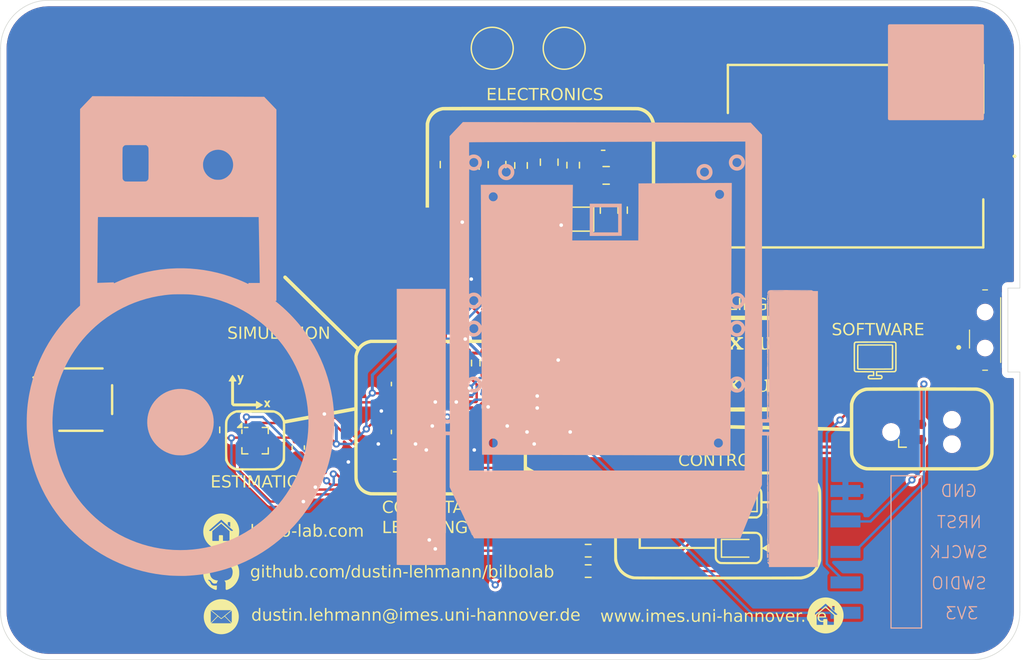
<source format=kicad_pcb>
(kicad_pcb (version 20241229) (generator "pcbnew") (generator_version "9.0")
  (layers (0 "F.Cu" signal) (2 "B.Cu" signal) (13 "F.Paste" user) (15 "B.Paste" user) (5 "F.SilkS" user "F.Silkscreen") (7 "B.SilkS" user "B.Silkscreen") (1 "F.Mask" user) (3 "B.Mask" user) (25 "Edge.Cuts" user))
  (net 0 "")
  (net 1 "Net-(U3-C2N)")
  (net 2 "Net-(U3-VCOMH)")
  (net 3 "Net-(U3-IREF)")
  (net 4 "GND")
  (net 6 "Net-(U3-C1P)")
  (net 7 "Net-(U3-C2P)")
  (net 8 "Net-(U3-C1N)")
  (net 9 "Net-(U3-VCC)")
  (net 17 "+3V3")
  (net 19 "Net-(U2-BOOT0)")
  (net 21 "NRST")
  (net 27 "3V3_BATTERY")
  (net 28 "SCL")
  (net 29 "SDA")
  (net 32 "RESET_OLED")
  (net 33 "Net-(D1-A)")
  (net 34 "Net-(D2-A)")
  (net 35 "Net-(D3-A)")
  (net 36 "LED1")
  (net 37 "LED2")
  (net 38 "LED3")
  (net 39 "BUTTON")
  (net 40 "MISO")
  (net 41 "MOSI")
  (net 42 "SWDIO")
  (net 43 "SCK")
  (net 44 "CS")
  (net 45 "SWCLK")
  (net 46 "Net-(U2-PA0)")
  (net 47 "INT1")
  (footprint "LED_SMD:LED_0603_1608Metric" (layer "F.Cu") (at 136.6 91.9 180)
    (property "Reference" "D2" (hide yes))
    (property "Value" "LED_Small")
  )
  (footprint "Resistor_SMD:R_0603_1608Metric" (layer "F.Cu") (at 124 95.9)
    (property "Reference" "R27" (hide yes))
    (property "Value" "1k")
  )
  (footprint "downloaded_parts:EG1215AA" (layer "F.Cu") (at 157.1 77.5 90)
    (property "Reference" "S1" (hide yes))
    (property "Value" "EG1215AA / PCM12SMTR" (hide yes))
  )
  (footprint "gizmo_symbols:border_ctrl" (layer "F.Cu") (at 134.8 93.8)
    (property "Reference" "G***" (hide yes))
    (property "Value" "LOGO" (hide yes))
  )
  (footprint "ssd1306:SSD1306_OLED-0.91-128x32" (layer "F.Cu") (at 158.25 78.16 180)
    (property "Reference" "U3" (hide yes))
    (property "Value" "SSD1306")
  )
  (footprint "gizmo_symbols:home" (layer "F.Cu") (at 143.8 101.3)
    (property "Reference" "G***" (hide yes))
    (property "Value" "LOGO" (hide yes))
  )
  (footprint "gizmo_symbols:border_mcu" (layer "F.Cu") (at 111.7 84.8)
    (property "Reference" "G***" (hide yes))
    (property "Value" "LOGO" (hide yes))
  )
  (footprint "Package_LGA:LGA-12_2x2mm_P0.5mm" (layer "F.Cu") (at 96.2225 86.7225)
    (property "Reference" "U1" (hide yes))
    (property "Value" "LIS2HH12")
  )
  (footprint "Resistor_SMD:R_0603_1608Metric" (layer "F.Cu") (at 115.5 80.25 90)
    (property "Reference" "R28" (hide yes))
    (property "Value" "3k3")
  )
  (footprint "gizmo_symbols:home" (layer "F.Cu") (at 93.4 94.3)
    (property "Reference" "G***" (hide yes))
    (property "Value" "LOGO" (hide yes))
  )
  (footprint "Capacitor_SMD:C_0603_1608Metric" (layer "F.Cu") (at 116.1 86 90)
    (property "Reference" "C26" (hide yes))
    (property "Value" "104")
  )
  (footprint "downloaded_parts:PTS526SM15SMTR2LFS" (layer "F.Cu") (at 81.7 83.3)
    (property "Reference" "S2" (hide yes))
    (property "Value" "PTS526SM15SMTR2_LFS" (hide yes))
  )
  (footprint "gizmo_symbols:border_2030" (layer "F.Cu") (at 151.82 83.635)
    (property "Reference" "G***" (hide yes))
    (property "Value" "LOGO" (hide yes))
  )
  (footprint "Capacitor_SMD:C_0603_1608Metric" (layer "F.Cu") (at 114.4 63.95 -90)
    (property "Reference" "C23" (hide yes))
    (property "Value" "104")
  )
  (footprint "LED_SMD:LED_0603_1608Metric" (layer "F.Cu") (at 131.4875 91.891375 180)
    (property "Reference" "D3" (hide yes))
    (property "Value" "LED_Small")
  )
  (footprint "TestPoint:TestPoint_Pad_D3.0mm" (layer "F.Cu") (at 116 54)
    (property "Reference" "TP1" (hide yes))
    (property "Value" "3V3")
  )
  (footprint "downloaded_parts:QFN50P400X400X60-28N-D" (layer "F.Cu") (at 112 84.5)
    (property "Reference" "U2" (hide yes))
    (property "Value" "STM32L031G6Ux" (hide yes))
  )
  (footprint "gizmo_symbols:border_acc" (layer "F.Cu") (at 96.2225 85.2225)
    (property "Reference" "G***" (hide yes))
    (property "Value" "LOGO" (hide yes))
  )
  (footprint "Capacitor_SMD:C_0805_2012Metric" (layer "F.Cu") (at 128 67.5 -90)
    (property "Reference" "C16" (hide yes))
    (property "Value" "1uF")
  )
  (footprint "Resistor_SMD:R_0603_1608Metric" (layer "F.Cu") (at 124 97.6)
    (property "Reference" "R26" (hide yes))
    (property "Value" "1k")
  )
  (footprint "Resistor_SMD:R_0603_1608Metric" (layer "F.Cu") (at 113.75 80.25 90)
    (property "Reference" "R31" (hide yes))
    (property "Value" "3k3")
  )
  (footprint "gizmo_symbols:border_elec" (layer "F.Cu") (at 119.592543 65.293976)
    (property "Reference" "G***" (hide yes))
    (property "Value" "LOGO" (hide yes))
  )
  (footprint "Resistor_SMD:R_0603_1608Metric" (layer "F.Cu") (at 110.7 80.2)
    (property "Reference" "R30" (hide yes))
    (property "Value" "10k")
  )
  (footprint "Resistor_SMD:R_0603_1608Metric" (layer "F.Cu") (at 108 88.8 180)
    (property "Reference" "R34" (hide yes))
    (property "Value" "100")
  )
  (footprint "Capacitor_SMD:C_0603_1608Metric" (layer "F.Cu") (at 108.1 86 90)
    (property "Reference" "C25" (hide yes))
    (property "Value" "104")
  )
  (footprint "Capacitor_SMD:C_0805_2012Metric" (layer "F.Cu") (at 116.4 63.7 -90)
    (property "Reference" "C21" (hide yes))
    (property "Value" "2.2uF")
  )
  (footprint "LED_SMD:LED_0603_1608Metric" (layer "F.Cu") (at 136.6 95.7)
    (property "Reference" "D1" (hide yes))
    (property "Value" "LED_Small")
  )
  (footprint "Capacitor_SMD:C_0805_2012Metric" (layer "F.Cu") (at 125.75 67.5 -90)
    (property "Reference" "C17" (hide yes))
    (property "Value" "1uF")
  )
  (footprint "Capacitor_SMD:C_0805_2012Metric" (layer "F.Cu") (at 112.4 63.7 -90)
    (property "Reference" "C22" (hide yes))
    (property "Value" "4.7uF")
  )
  (footprint "gizmo_symbols:imes_mask" (layer "F.Cu") (at 152.2 96.6)
    (property "Reference" "G***" (hide yes))
    (property "Value" "LOGO" (hide yes))
  )
  (footprint "Resistor_SMD:R_0603_1608Metric" (layer "F.Cu") (at 118.4 63.775 -90)
    (property "Reference" "R29" (hide yes))
    (property "Value" "560k")
  )
  (footprint "Capacitor_SMD:C_0805_2012Metric" (layer "F.Cu") (at 125.5 64.6 180)
    (property "Reference" "C18" (hide yes))
    (property "Value" "4.7uF")
  )
  (footprint "TestPoint:TestPoint_Pad_D3.0mm" (layer "F.Cu") (at 122 54)
    (property "Reference" "TP2" (hide yes))
    (property "Value" "GND")
  )
  (footprint "gizmo_symbols:bilbo_mask" (layer "F.Cu") (at 93.3 57.1)
    (property "Reference" "G***" (hide yes))
    (property "Value" "LOGO" (hide yes))
  )
  (footprint "Diode_SMD:D_SOD-123" (layer "F.Cu") (at 122.1 68.25 180)
    (property "Reference" "D15" (hide yes))
    (property "Value" "IN4148")
  )
  (footprint "Capacitor_SMD:C_0603_1608Metric" (layer "F.Cu") (at 125.25 62 180)
    (property "Reference" "C19" (hide yes))
    (property "Value" "104")
  )
  (footprint "gizmo_symbols:bilbo-lab_qr_cu" (layer "F.Cu") (at 84.1 96.3)
    (property "Reference" "G***" (hide yes))
    (property "Value" "LOGO" (hide yes))
  )
  (footprint "Resistor_SMD:R_0603_1608Metric" (layer "F.Cu") (at 92.75 85.825 -90)
    (property "Reference" "R33" (hide yes))
    (property "Value" "10k")
  )
  (footprint "Resistor_SMD:R_0603_1608Metric" (layer "F.Cu") (at 122.75 63.75 -90)
    (property "Reference" "R25" (hide yes))
    (property "Value" "4.7k")
  )
  (footprint "Capacitor_SMD:C_0603_1608Metric" (layer "F.Cu") (at 108.1 82 -90)
    (property "Reference" "C24" (hide yes))
    (property "Value" "104")
  )
  (footprint "Connector:Tag-Connect_TC2030-IDC-NL_2x03_P1.27mm_Vertical" (layer "F.Cu") (at 151.8 86)
    (property "Reference" "J1" (hide yes))
    (property "Value" "TC2030")
  )
  (footprint "Capacitor_SMD:C_0805_2012Metric" (layer "F.Cu") (at 120.75 63.5 -90)
    (property "Reference" "C20" (hide yes))
    (property "Value" "4.7uF")
  )
  (footprint "Resistor_SMD:R_0603_1608Metric" (layer "F.Cu") (at 124 94.1)
    (property "Reference" "R32" (hide yes))
    (property "Value" "1k")
  )
  (footprint "downloaded_parts:BH67D5" (layer "F.Cu") (at 146.3 63 180)
    (property "Reference" "BT1" (hide yes))
    (property "Value" "BH-67D-5" (hide yes))
  )
  (footprint "Capacitor_SMD:C_0603_1608Metric" (layer "F.Cu") (at 99.8225 87.2975 90)
    (property "Reference" "C27" (hide yes))
    (property "Value" "104")
  )
  (footprint "gizmo_symbols:border_math" (layer "F.Cu") (at 134.5 80.3)
    (property "Reference" "G***" (hide yes))
    (property "Value" "LOGO" (hide yes))
  )
  (footprint "gizmo_symbols:github" (layer "F.Cu") (at 93.4 97.7)
    (property "Reference" "G***" (hide yes))
    (property "Value" "LOGO" (hide yes))
  )
  (footprint "gizmo_symbols:mail" (layer "F.Cu") (at 93.4 101.4)
    (property "Reference" "G***" (hide yes))
    (property "Value" "LOGO" (hide yes))
  )
  (footprint "gizmo_symbols:bilbo_cad" (layer "B.Cu") (at 126 79 180)
    (property "Reference" "G***" (hide yes))
    (property "Value" "LOGO" (hide yes))
  )
  (footprint "gizmo_symbols:bilbo_cad_2" (layer "B.Cu") (at 90 78 180)
    (property "Reference" "G***" (hide yes))
    (property "Value" "LOGO" (hide yes))
  )
  (footprint "downloaded_parts:M208900505" (layer "B.Cu") (at 151 96 90)
    (property "Reference" "J2" (hide yes))
    (property "Value" "SWD" (hide yes))
  )
  (gr_line (start 127.57186 80.464052) (end 118.8 82.172073) (stroke (width 0.3)) (layer "F.SilkS"))
  (gr_line (start 126.161677 93.165868) (end 118.8 89) (stroke (width 0.3)) (layer "F.SilkS"))
  (gr_line (start 104.49553 84.087413) (end 98.722156 85.149132) (stroke (width 0.3)) (layer "F.SilkS"))
  (gr_line (start 145.820852 85.789042) (end 118.8 85.2101) (stroke (width 0.3)) (layer "F.SilkS"))
  (gr_line (start 125.146458 71.113943) (end 118.8 79.35401) (stroke (width 0.3)) (layer "F.SilkS"))
  (gr_line (start 135.65 70.61) (end 118.826771 81.220033) (stroke (width 0.3)) (layer "F.SilkS"))
  (gr_line (start 104.740502 79.012402) (end 98.722156 73.1) (stroke (width 0.3)) (layer "F.SilkS"))
  (gr_arc (start 75 54) (mid 76.171573 51.171573) (end 79 50) (stroke (width 0.05)) (layer "Edge.Cuts"))
  (gr_line (start 159 74) (end 159 81) (stroke (width 0.05)) (layer "Edge.Cuts"))
  (gr_arc (start 79 105) (mid 76.171573 103.828427) (end 75 101) (stroke (width 0.05)) (layer "Edge.Cuts"))
  (gr_line (start 75 54) (end 75 101) (stroke (width 0.05)) (layer "Edge.Cuts"))
  (gr_line (start 160 74) (end 160 54) (stroke (width 0.05)) (layer "Edge.Cuts"))
  (gr_line (start 156 50) (end 79 50) (stroke (width 0.05)) (layer "Edge.Cuts"))
  (gr_arc (start 160 101) (mid 158.828427 103.828427) (end 156 105) (stroke (width 0.05)) (layer "Edge.Cuts"))
  (gr_line (start 79 105) (end 156 105) (stroke (width 0.05)) (layer "Edge.Cuts"))
  (gr_line (start 160 81) (end 160 101) (stroke (width 0.05)) (layer "Edge.Cuts"))
  (gr_arc (start 156 50) (mid 158.828427 51.171573) (end 160 54) (stroke (width 0.05)) (layer "Edge.Cuts"))
  (gr_line (start 159 81) (end 160 81) (stroke (width 0.05)) (layer "Edge.Cuts"))
  (gr_line (start 160 74) (end 159 74) (stroke (width 0.05)) (layer "Edge.Cuts"))
  (gr_text "ESTIMATION" (at 92.5 90.8 0) (layer "F.SilkS") (effects (font (size 1 1) (thickness 0.1)) (justify left bottom)))
  (gr_text "MODELLING" (at 130.6 76 0) (layer "F.SilkS") (effects (font (size 1 1) (thickness 0.1)) (justify left bottom)))
  (gr_text "github.com/dustin-lehmann/bilbolab" (at 95.8 98.3 0) (layer "F.SilkS") (effects (font (size 1 1) (thickness 0.1)) (justify left bottom)))
  (gr_text "dustin.lehmann@imes.uni-hannover.de\n" (at 95.9 101.904254 0) (layer "F.SilkS") (effects (font (size 1 1) (thickness 0.1)) (justify left bottom)))
  (gr_text "SOFTWARE" (at 144.3 78.1 0) (layer "F.SilkS") (effects (font (size 1 1) (thickness 0.1)) (justify left bottom)))
  (gr_text "CONTROL" (at 131.5 89 0) (layer "F.SilkS") (effects (font (size 1 1) (thickness 0.1)) (justify left bottom)))
  (gr_text "COMPUTATION &\nLEARNING" (at 106.8 94.6 0) (layer "F.SilkS") (effects (font (size 1 1) (thickness 0.1)) (justify left bottom)))
  (gr_text "ELECTRONICS" (at 115.5 58.5 0) (layer "F.SilkS") (effects (font (size 1 1) (thickness 0.1)) (justify left bottom)))
  (gr_text "SIMULATION" (at 93.9 78.4 0) (layer "F.SilkS") (effects (font (size 1 1) (thickness 0.1)) (justify left bottom)))
  (gr_text "www.imes.uni-hannover.de" (at 125 102 0) (layer "F.SilkS") (effects (font (size 1 1) (thickness 0.1)) (justify left bottom)))
  (gr_text "bilbo-lab.com" (at 95.8 94.9 0) (layer "F.SilkS") (effects (font (size 1 1) (thickness 0.1)) (justify left bottom)))
  (gr_text "GND" (at 156.5 91.5 0) (layer "B.SilkS") (effects (font (size 1 1) (thickness 0.1)) (justify left bottom mirror)))
  (gr_text "3V3" (at 156.6 101.7 0) (layer "B.SilkS") (effects (font (size 1 1) (thickness 0.1)) (justify left bottom mirror)))
  (gr_text "NRST" (at 156.9 94.1 0) (layer "B.SilkS") (effects (font (size 1 1) (thickness 0.1)) (justify left bottom mirror)))
  (gr_text "SWCLK" (at 157.4 96.6 0) (layer "B.SilkS") (effects (font (size 1 1) (thickness 0.1)) (justify left bottom mirror)))
  (gr_text "SWDIO" (at 157.3 99.2 0) (layer "B.SilkS") (effects (font (size 1 1) (thickness 0.1)) (justify left bottom mirror)))
  (segment (start 126.974 68.73716) (end 126.974 67.576) (width 0.2) (layer "F.Cu") (net 1))
  (segment (start 121.11116 74.6) (end 126.974 68.73716) (width 0.2) (layer "F.Cu") (net 1))
  (segment (start 117 74.6) (end 121.11116 74.6) (width 0.2) (layer "F.Cu") (net 1))
  (segment (start 126.974 67.576) (end 128 66.55) (width 0.2) (layer "F.Cu") (net 1))
  (segment (start 119.301 66.969048) (end 116.981952 64.65) (width 0.2) (layer "F.Cu") (net 2))
  (segment (start 119.301 67.359) (end 119.301 66.969048) (width 0.2) (layer "F.Cu") (net 2))
  (segment (start 116.981952 64.65) (end 116.4 64.65) (width 0.2) (layer "F.Cu") (net 2))
  (segment (start 117 67.78) (end 118.88 67.78) (width 0.2) (layer "F.Cu") (net 2))
  (segment (start 118.88 67.78) (end 119.301 67.359) (width 0.2) (layer "F.Cu") (net 2))
  (segment (start 117 68.4) (end 118.88 68.4) (width 0.2) (layer "F.Cu") (net 3))
  (segment (start 119.702 65.902) (end 118.4 64.6) (width 0.2) (layer "F.Cu") (net 3))
  (segment (start 119.702 67.578) (end 119.702 65.902) (width 0.2) (layer "F.Cu") (net 3))
  (segment (start 118.88 68.4) (end 119.702 67.578) (width 0.2) (layer "F.Cu") (net 3))
  (segment (start 109.875 80.2) (end 109.875 81.775) (width 0.2) (layer "F.Cu") (net 4))
  (segment (start 109.275 82.4) (end 108.1 81.225) (width 0.2) (layer "F.Cu") (net 4))
  (segment (start 114.5 85.5) (end 115.375 86.375) (width 0.2) (layer "F.Cu") (net 4))
  (segment (start 115.7 86.375) (end 116.1 86.775) (width 0.2) (layer "F.Cu") (net 4))
  (segment (start 96.9725 87.485) (end 96.985 87.4725) (width 0.2) (layer "F.Cu") (net 4))
  (segment (start 114.1 85.5) (end 114.5 85.5) (width 0.2) (layer "F.Cu") (net 4))
  (segment (start 115.092692 71.5) (end 114.251 72.341692) (width 0.25) (layer "F.Cu") (net 4))
  (segment (start 114.251 72.341692) (end 114.251 73.25) (width 0.25) (layer "F.Cu") (net 4))
  (segment (start 115.375 86.375) (end 115.7 86.375) (width 0.2) (layer "F.Cu") (net 4))
  (segment (start 98.085 88.0725) (end 96.985 86.9725) (width 0.2) (layer "F.Cu") (net 4))
  (segment (start 109.875 81.775) (end 110.5 82.4) (width 0.2) (layer "F.Cu") (net 4))
  (segment (start 110.5 82.4) (end 109.275 82.4) (width 0.2) (layer "F.Cu") (net 4))
  (segment (start 95.9725 87.485) (end 96.9725 87.485) (width 0.2) (layer "F.Cu") (net 4))
  (segment (start 117 71.5) (end 115.092692 71.5) (width 0.25) (layer "F.Cu") (net 4))
  (segment (start 99.8225 88.0725) (end 98.085 88.0725) (width 0.2) (layer "F.Cu") (net 4))
  (via (at 106.5 87) (size 0.6) (drill 0.3) (layers "F.Cu" "B.Cu") (net 4))
  (via (at 113.5 68.5) (size 0.6) (drill 0.3) (layers "F.Cu" "B.Cu") (net 4))
  (via (at 114.5 87.5) (size 0.6) (drill 0.3) (layers "F.Cu" "B.Cu") (net 4))
  (via (at 104 88.5) (size 0.6) (drill 0.3) (layers "F.Cu" "B.Cu") (net 4))
  (via (at 106.75 84.25) (size 0.6) (drill 0.3) (layers "F.Cu" "B.Cu") (net 4))
  (via (at 111.25 83.5) (size 0.6) (drill 0.3) (layers "F.Cu" "B.Cu") (net 4))
  (via (at 114.251 73.25) (size 0.6) (drill 0.3) (layers "F.Cu" "B.Cu") (net 4))
  (via (at 111 85.5) (size 0.6) (drill 0.3) (layers "F.Cu" "B.Cu") (net 4))
  (segment (start 125.75 69.39406) (end 125.75 68.45) (width 0.2) (layer "F.Cu") (net 6))
  (segment (start 121.16406 73.98) (end 125.75 69.39406) (width 0.2) (layer "F.Cu") (net 6))
  (segment (start 117 73.98) (end 121.16406 73.98) (width 0.2) (layer "F.Cu") (net 6))
  (segment (start 121.23 75.22) (end 117 75.22) (width 0.2) (layer "F.Cu") (net 7))
  (segment (start 128 68.45) (end 121.23 75.22) (width 0.2) (layer "F.Cu") (net 7))
  (segment (start 124.724 69.85296) (end 124.724 68.93516) (width 0.2) (layer "F.Cu") (net 8))
  (segment (start 124.724 67.96484) (end 124.724 67.576) (width 0.2) (layer "F.Cu") (net 8))
  (segment (start 124.724 68.93516) (end 124.724 67.96484) (width 0.2) (layer "F.Cu") (net 8))
  (segment (start 121.21696 73.36) (end 124.724 69.85296) (width 0.2) (layer "F.Cu") (net 8))
  (segment (start 117 73.36) (end 121.21696 73.36) (width 0.2) (layer "F.Cu") (net 8))
  (segment (start 124.724 67.576) (end 125.75 66.55) (width 0.2) (layer "F.Cu") (net 8))
  (segment (start 116.835 67.16) (end 114.4 64.725) (width 0.2) (layer "F.Cu") (net 9))
  (segment (start 114.325 64.65) (end 114.4 64.725) (width 0.2) (layer "F.Cu") (net 9))
  (segment (start 112.4 64.65) (end 114.325 64.65) (width 0.2) (layer "F.Cu") (net 9))
  (segment (start 117 67.16) (end 116.835 67.16) (width 0.2) (layer "F.Cu") (net 9))
  (segment (start 124.55 64.3) (end 124.55 64.6) (width 0.2) (layer "F.Cu") (net 17))
  (segment (start 149.915 87.25) (end 123.75 87.25) (width 0.25) (layer "F.Cu") (net 17))
  (segment (start 113.75 79.425) (end 115.5 79.425) (width 0.25) (layer "F.Cu") (net 17))
  (segment (start 155.35 76.75) (end 124.75 76.75) (width 0.25) (layer "F.Cu") (net 17))
  (segment (start 122.5 86) (end 118.9 86) (width 0.25) (layer "F.Cu") (net 17))
  (segment (start 120.6479 72.74) (end 120.6579 72.75) (width 0.2) (layer "F.Cu") (net 17))
  (segment (start 124.55 64.6) (end 124.25 64.3) (width 0.2) (layer "F.Cu") (net 17))
  (segment (start 123.65 65.475) (end 122.75 64.575) (width 0.2) (layer "F.Cu") (net 17))
  (segment (start 123.75 68.25) (end 123.65 68.15) (width 0.2) (layer "F.Cu") (net 17))
  (segment (start 117 70.88) (end 120.38 70.88) (width 0.2) (layer "F.Cu") (net 17))
  (segment (start 102.5225 86.5225) (end 103 87) (width 0.2) (layer "F.Cu") (net 17))
  (segment (start 124.75 76.75) (end 121.5 80) (width 0.25) (layer "F.Cu") (net 17))
  (segment (start 108.325 85) (end 109.9 85) (width 0.2) (layer "F.Cu") (net 17))
  (segment (start 114.1 85) (end 115.925 85) (width 0.2) (layer "F.Cu") (net 17))
  (segment (start 120.6579 71.1579) (end 120.6579 72.4079) (width 0.2) (layer "F.Cu") (net 17))
  (segment (start 123.75 87.25) (end 122.5 86) (width 0.25) (layer "F.Cu") (net 17))
  (segment (start 108.1 85.225) (end 108.325 85) (width 0.2) (layer "F.Cu") (net 17))
  (segment (start 108.325 83) (end 108.1 82.775) (width 0.2) (layer "F.Cu") (net 17))
  (segment (start 115.925 85) (end 116.1 85.175) (width 0.2) (layer "F.Cu") (net 17))
  (segment (start 115.5 79.425) (end 115.925 79.425) (width 0.25) (layer "F.Cu") (net 17))
  (segment (start 116.975 85.225) (end 117.25 85.5) (width 0.2) (layer "F.Cu") (net 17))
  (segment (start 117 84.325) (end 116.1 85.225) (width 0.25) (layer "F.Cu") (net 17))
  (segment (start 92.75 85) (end 93.626 84.124) (width 0.25) (layer "F.Cu") (net 17))
  (segment (start 124.25 64.3) (end 123.025 64.3) (width 0.2) (layer "F.Cu") (net 17))
  (segment (start 150.53 86.635) (end 149.915 87.25) (width 0.25) (layer "F.Cu") (net 17))
  (segment (start 124.475 62) (end 124.475 64.225) (width 0.2) (layer "F.Cu") (net 17))
  (segment (start 123.025 64.3) (end 122.75 64.575) (width 0.2) (layer "F.Cu") (net 17))
  (segment (start 123.75 68.25) (end 122.25 68.25) (width 0.2) (layer "F.Cu") (net 17))
  (segment (start 123.65 68.35) (end 123.75 68.25) (width 0.2) (layer "F.Cu") (net 17))
  (segment (start 124.475 64.225) (end 124.55 64.3) (width 0.2) (layer "F.Cu") (net 17))
  (segment (start 99.7725 86.4725) (end 96.985 86.4725) (width 0.2) (layer "F.Cu") (net 17))
  (segment (start 108.1 82.775) (end 106.025 82.775) (width 0.2) (layer "F.Cu") (net 17))
  (segment (start 121.25986 72.75) (end 123.65 70.35986) (width 0.2) (layer "F.Cu") (net 17))
  (segment (start 117 72.74) (end 120.6479 72.74) (width 0.2) (layer "F.Cu") (net 17))
  (segment (start 93.626 84.124) (end 101.624 84.124) (width 0.25) (layer "F.Cu") (net 17))
  (segment (start 106.025 82.775) (end 106 82.75) (width 0.2) (layer "F.Cu") (net 17))
  (segment (start 99.8225 86.5225) (end 102.5225 86.5225) (width 0.2) (layer "F.Cu") (net 17))
  (segment (start 122.25 68.25) (end 121.75 68.75) (width 0.2) (layer "F.Cu") (net 17))
  (segment (start 113.75 79.425) (end 113.75 78.25) (width 0.25) (layer "F.Cu") (net 17))
  (segment (start 115.925 79.425) (end 117 80.5) (width 0.25) (layer "F.Cu") (net 17))
  (segment (start 120.6579 72.4079) (end 120.6579 72.75) (width 0.2) (layer "F.Cu") (net 17))
  (segment (start 96.985 85.9725) (end 96.985 86.4725) (width 0.2) (layer "F.Cu") (net 17))
  (segment (start 116.1 85.225) (end 116.975 85.225) (width 0.2) (layer "F.Cu") (net 17))
  (segment (start 106.025 85.225) (end 108.1 85.225) (width 0.2) (layer "F.Cu") (net 17))
  (segment (start 120.6579 72.75) (end 121.25986 72.75) (width 0.2) (layer "F.Cu") (net 17))
  (segment (start 120.38 70.88) (end 120.6579 71.1579) (width 0.2) (layer "F.Cu") (net 17))
  (segment (start 109.9 83) (end 108.325 83) (width 0.2) (layer "F.Cu") (net 17))
  (segment (start 117 80.5) (end 117 84.325) (width 0.25) (layer "F.Cu") (net 17))
  (segment (start 99.8225 86.5225) (end 99.7725 86.4725) (width 0.2) (layer "F.Cu") (net 17))
  (segment (start 123.65 70.35986) (end 123.65 68.35) (width 0.2) (layer "F.Cu") (net 17))
  (segment (start 123.65 68.15) (end 123.65 65.475) (width 0.2) (layer "F.Cu") (net 17))
  (segment (start 116.1 85.175) (end 116.1 85.225) (width 0.2) (layer "F.Cu") (net 17))
  (segment (start 101.624 84.124) (end 102 84.5) (width 0.25) (layer "F.Cu") (net 17))
  (segment (start 105.5 85.75) (end 106.025 85.225) (width 0.2) (layer "F.Cu") (net 17))
  (via (at 105.5 85.75) (size 0.6) (drill 0.3) (layers "F.Cu" "B.Cu") (net 17))
  (via (at 122.5 86) (size 0.6) (drill 0.3) (layers "F.Cu" "B.Cu") (net 17))
  (via (at 121.5 80) (size 0.6) (drill 0.3) (layers "F.Cu" "B.Cu") (net 17))
  (via (at 117.25 85.5) (size 0.6) (drill 0.3) (layers "F.Cu" "B.Cu") (net 17))
  (via (at 113.75 78.25) (size 0.6) (drill 0.3) (layers "F.Cu" "B.Cu") (net 17))
  (via (at 106 82.75) (size 0.6) (drill 0.3) (layers "F.Cu" "B.Cu") (net 17))
  (via (at 121.75 68.75) (size 0.6) (drill 0.3) (layers "F.Cu" "B.Cu") (net 17))
  (via (at 102 84.5) (size 0.6) (drill 0.3) (layers "F.Cu" "B.Cu") (net 17))
  (via (at 118.9 86) (size 0.6) (drill 0.3) (layers "F.Cu" "B.Cu") (net 17))
  (via (at 103 87) (size 0.6) (drill 0.3) (layers "F.Cu" "B.Cu") (net 17))
  (segment (start 106 82.75) (end 105.5 83.25) (width 0.2) (layer "B.Cu") (net 17))
  (segment (start 113.75 78.25) (end 109 78.25) (width 0.25) (layer "B.Cu") (net 17))
  (segment (start 137.58 101.08) (end 122.5 86) (width 0.2) (layer "B.Cu") (net 17))
  (segment (start 122.5 81) (end 122.5 86) (width 0.25) (layer "B.Cu") (net 17))
  (segment (start 109 78.25) (end 106 81.25) (width 0.25) (layer "B.Cu") (net 17))
  (segment (start 103 87) (end 104.25 87) (width 0.2) (layer "B.Cu") (net 17))
  (segment (start 145.455 101.08) (end 137.58 101.08) (width 0.2) (layer "B.Cu") (net 17))
  (segment (start 115.5 80) (end 113.75 78.25) (width 0.25) (layer "B.Cu") (net 17))
  (segment (start 118.9 86) (end 117.75 86) (width 0.25) (layer "B.Cu") (net 17))
  (segment (start 106 81.25) (end 106 82.75) (width 0.25) (layer "B.Cu") (net 17))
  (segment (start 117.75 86) (end 117.25 85.5) (width 0.25) (layer "B.Cu") (net 17))
  (segment (start 105.5 83.25) (end 105.5 85.75) (width 0.2) (layer "B.Cu") (net 17))
  (segment (start 103 85.5) (end 103 87) (width 0.25) (layer "B.Cu") (net 17))
  (segment (start 121.5 80) (end 122.5 81) (width 0.25) (layer "B.Cu") (net 17))
  (segment (start 121.5 80) (end 115.5 80) (width 0.25) (layer "B.Cu") (net 17))
  (segment (start 121.75 68.75) (end 113.75 76.75) (width 0.2) (layer "B.Cu") (net 17))
  (segment (start 102 84.5) (end 103 85.5) (width 0.25) (layer "B.Cu") (net 17))
  (segment (start 113.75 76.75) (end 113.75 78.25) (width 0.2) (layer "B.Cu") (net 17))
  (segment (start 104.25 87) (end 105.5 85.75) (width 0.2) (layer "B.Cu") (net 17))
  (segment (start 110.8 80.5) (end 111.1 80.2) (width 0.2) (layer "F.Cu") (net 19))
  (segment (start 111.1 80.2) (end 111.525 80.2) (width 0.2) (layer "F.Cu") (net 19))
  (segment (start 111 81.9) (end 110.8 81.7) (width 0.2) (layer "F.Cu") (net 19))
  (segment (start 110.8 81.7) (end 110.8 80.5) (width 0.2) (layer "F.Cu") (net 19))
  (segment (start 111 82.4) (end 111 81.9) (width 0.2) (layer "F.Cu") (net 19))
  (segment (start 151.8 86.635) (end 150.685 87.75) (width 0.2) (layer "F.Cu") (net 21))
  (segment (start 112 84.5) (end 109.9 84.5) (width 0.2) (layer "F.Cu") (net 21))
  (segment (start 112.25 84.75) (end 112 84.5) (width 0.2) (layer "F.Cu") (net 21))
  (segment (start 151.8 89.2) (end 151.8 86.635) (width 0.2) (layer "F.Cu") (net 21))
  (segment (start 120.25 87.75) (end 119.5 87) (width 0.2) (layer "F.Cu") (net 21))
  (segment (start 151 90) (end 151.8 89.2) (width 0.2) (layer "F.Cu") (net 21))
  (segment (start 150.685 87.75) (end 142.5 87.75) (width 0.2) (layer "F.Cu") (net 21))
  (segment (start 142.5 87.75) (end 120.25 87.75) (width 0.2) (layer "F.Cu") (net 21))
  (via (at 151 90) (size 0.6) (drill 0.3) (layers "F.Cu" "B.Cu") (net 21))
  (via (at 112.25 84.75) (size 0.6) (drill 0.3) (layers "F.Cu" "B.Cu") (net 21))
  (via (at 119.5 87) (size 0.6) (drill 0.3) (layers "F.Cu" "B.Cu") (net 21))
  (segment (start 113.104808 84.75) (end 112.25 84.75) (width 0.2) (layer "B.Cu") (net 21))
  (segment (start 119.5 85.5) (end 117.307815 83.307815) (width 0.2) (layer "B.Cu") (net 21))
  (segment (start 117.307815 83.307815) (end 114.546993 83.307815) (width 0.2) (layer "B.Cu") (net 21))
  (segment (start 147.54 93.46) (end 151 90) (width 0.2) (layer "B.Cu") (net 21))
  (segment (start 119.5 87) (end 119.5 85.5) (width 0.2) (layer "B.Cu") (net 21))
  (segment (start 145.455 93.46) (end 147.54 93.46) (width 0.2) (layer "B.Cu") (net 21))
  (segment (start 114.546993 83.307815) (end 113.104808 84.75) (width 0.2) (layer "B.Cu") (net 21))
  (segment (start 154.75 75.25) (end 139.25 75.25) (width 0.5) (layer "F.Cu") (net 27))
  (segment (start 157.25 72.25) (end 155.5 72.25) (width 0.5) (layer "F.Cu") (net 27))
  (segment (start 135.65 71.65) (end 135.65 63.7) (width 0.5) (layer "F.Cu") (net 27))
  (segment (start 135.65 63.7) (end 134.95 63) (width 0.5) (layer "F.Cu") (net 27))
  (segment (start 116 54) (end 120.926 58.926) (width 0.5) (layer "F.Cu") (net 27))
  (segment (start 155.35 75.25) (end 154.75 75.25) (width 0.5) (layer "F.Cu") (net 27))
  (segment (start 154.75 73) (end 154.75 75.25) (width 0.5) (layer "F.Cu") (net 27))
  (segment (start 158.35 71.15) (end 157.25 72.25) (width 0.5) (layer "F.Cu") (net 27))
  (segment (start 157.65 63) (end 158.35 63.7) (width 0.5) (layer "F.Cu") (net 27))
  (segment (start 139.25 75.25) (end 135.65 71.65) (width 0.5) (layer "F.Cu") (net 27))
  (segment (start 158.35 63.7) (end 158.35 71.15) (width 0.5) (layer "F.Cu") (net 27))
  (segment (start 155.5 72.25) (end 154.75 73) (width 0.5) (layer "F.Cu") (net 27))
  (segment (start 120.926 58.926) (end 130.876 58.926) (width 0.5) (layer "F.Cu") (net 27))
  (segment (start 130.876 58.926) (end 134.95 63) (width 0.5) (layer "F.Cu") (net 27))
  (segment (start 114.551 80.126) (end 113.261936 80.126) (width 0.2) (layer "F.Cu") (net 28))
  (segment (start 115.5 83.2191) (end 114.7191 84) (width 0.2) (layer "F.Cu") (net 28))
  (segment (start 115.5 81.075) (end 114.551 80.126) (width 0.2) (layer "F.Cu") (net 28))
  (segment (start 115.12 69.64) (end 117 69.64) (width 0.2) (layer "F.Cu") (net 28))
  (segment (start 113 78.75) (end 113 71.76) (width 0.2) (layer "F.Cu") (net 28))
  (segment (start 113.261936 80.126) (end 112.974 79.838064) (width 0.2) (layer "F.Cu") (net 28))
  (segment (start 114.7191 84) (end 114.1 84) (width 0.2) (layer "F.Cu") (net 28))
  (segment (start 112.974 78.776) (end 113 78.75) (width 0.2) (layer "F.Cu") (net 28))
  (segment (start 113 71.76) (end 115.12 69.64) (width 0.2) (layer "F.Cu") (net 28))
  (segment (start 115.5 81.075) (end 115.5 83.2191) (width 0.2) (layer "F.Cu") (net 28))
  (segment (start 112.974 79.838064) (end 112.974 78.776) (width 0.2) (layer "F.Cu") (net 28))
  (segment (start 114.969048 69.179) (end 116.841 69.179) (width 0.2) (layer "F.Cu") (net 29))
  (segment (start 113.643836 81.075) (end 112.573 80.004164) (width 0.2) (layer "F.Cu") (net 29))
  (segment (start 114.652 83.5) (end 114.1 83.5) (width 0.2) (layer "F.Cu") (net 29))
  (segment (start 112.573 80.004164) (end 112.573 71.575048) (width 0.2) (layer "F.Cu") (net 29))
  (segment (start 116.841 69.179) (end 117 69.02) (width 0.2) (layer "F.Cu") (net 29))
  (segment (start 112.573 71.575048) (end 114.969048 69.179) (width 0.2) (layer "F.Cu") (net 29))
  (segment (start 113.75 81.075) (end 114.701 82.026) (width 0.2) (layer "F.Cu") (net 29))
  (segment (start 114.701 83.451) (end 114.652 83.5) (width 0.2) (layer "F.Cu") (net 29))
  (segment (start 114.701 82.026) (end 114.701 83.451) (width 0.2) (layer "F.Cu") (net 29))
  (segment (start 113.75 81.075) (end 113.643836 81.075) (width 0.2) (layer "F.Cu") (net 29))
  (segment (start 120.75 67.85) (end 120.45 68.15) (width 0.2) (layer "F.Cu") (net 32))
  (segment (start 120.45 68.15) (end 120.45 68.25) (width 0.2) (layer "F.Cu") (net 32))
  (segment (start 120.75 64.45) (end 120.75 67.85) (width 0.2) (layer "F.Cu") (net 32))
  (segment (start 113.5 88) (end 114.5 89) (width 0.2) (layer "F.Cu") (net 32))
  (segment (start 120.35 68.85) (end 118.94 70.26) (width 0.2) (layer "F.Cu") (net 32))
  (segment (start 113.651 71.729) (end 115.12 70.26) (width 0.2) (layer "F.Cu") (net 32))
  (segment (start 113.5 86.6) (end 113.5 88) (width 0.2) (layer "F.Cu") (net 32))
  (segment (start 116.5 89) (end 118.25 87.25) (width 0.2) (layer "F.Cu") (net 32))
  (segment (start 120.45 68.25) (end 120.35 68.35) (width 0.2) (layer "F.Cu") (net 32))
  (segment (start 122.75 62.925) (end 122.275 62.925) (width 0.2) (layer "F.Cu") (net 32))
  (segment (start 120.35 68.35) (end 120.35 68.85) (width 0.2) (layer "F.Cu") (net 32))
  (segment (start 118.94 70.26) (end 117 70.26) (width 0.2) (layer "F.Cu") (net 32))
  (segment (start 114.5 89) (end 116.5 89) (width 0.2) (layer "F.Cu") (net 32))
  (segment (start 118.25 87.25) (end 118.25 79.5) (width 0.2) (layer "F.Cu") (net 32))
  (segment (start 122.275 62.925) (end 120.75 64.45) (width 0.2) (layer "F.Cu") (net 32))
  (segment (start 115.12 70.26) (end 117 70.26) (width 0.2) (layer "F.Cu") (net 32))
  (segment (start 118.25 79.5) (end 113.651 74.901) (width 0.2) (layer "F.Cu") (net 32))
  (segment (start 113.651 74.901) (end 113.651 71.729) (width 0.2) (layer "F.Cu") (net 32))
  (segment (start 135.4875 97.6) (end 137.3875 95.7) (width 0.2) (layer "F.Cu") (net 33))
  (segment (start 124.825 97.6) (end 135.4875 97.6) (width 0.2) (layer "F.Cu") (net 33))
  (segment (start 124.825 95.9) (end 131.8125 95.9) (width 0.2) (layer "F.Cu") (net 34))
  (segment (start 131.8125 95.9) (end 135.8125 91.9) (width 0.2) (layer "F.Cu") (net 34))
  (segment (start 124.825 94.1) (end 128.491375 94.1) (width 0.2) (layer "F.Cu") (net 35))
  (segment (start 128.491375 94.1) (end 130.7 91.891375) (width 0.2) (layer "F.Cu") (net 35))
  (segment (start 114.1 84.5) (end 115.06763 84.5) (width 0.2) (layer "F.Cu") (net 36))
  (segment (start 117.4 97.6) (end 123.175 97.6) (width 0.2) (layer "F.Cu") (net 36))
  (segment (start 115.06763 84.5) (end 115.658815 83.908815) (width 0.2) (layer "F.Cu") (net 36))
  (segment (start 116.25 98.75) (end 117.4 97.6) (width 0.2) (layer "F.Cu") (net 36))
  (via (at 116.25 98.75) (size 0.6) (drill 0.3) (layers "F.Cu" "B.Cu") (net 36))
  (via (at 115.658815 83.908815) (size 0.6) (drill 0.3) (layers "F.Cu" "B.Cu") (net 36))
  (segment (start 115.658815 83.908815) (end 115.658815 98.158815) (width 0.2) (layer "B.Cu") (net 36))
  (segment (start 115.658815 98.158815) (end 116.25 98.75) (width 0.2) (layer "B.Cu") (net 36))
  (segment (start 109.9 86.7) (end 109.6 87) (width 0.2) (layer "F.Cu") (net 37))
  (segment (start 111.25 95.75) (end 111.75 95.75) (width 0.2) (layer "F.Cu") (net 37))
  (segment (start 111.75 95.75) (end 111.9 95.9) (width 0.2) (layer "F.Cu") (net 37))
  (segment (start 111.9 95.9) (end 123.175 95.9) (width 0.2) (layer "F.Cu") (net 37))
  (segment (start 109.9 86) (end 109.9 86.7) (width 0.2) (layer "F.Cu") (net 37))
  (via (at 111.25 95.75) (size 0.6) (drill 0.3) (layers "F.Cu" "B.Cu") (net 37))
  (via (at 109.6 87) (size 0.6) (drill 0.3) (layers "F.Cu" "B.Cu") (net 37))
  (segment (start 109.6 87) (end 109.6 94.699943) (width 0.2) (layer "B.Cu") (net 37))
  (segment (start 110.650057 95.75) (end 111.25 95.75) (width 0.2) (layer "B.Cu") (net 37))
  (segment (start 109.6 94.699943) (end 110.650057 95.75) (width 0.2) (layer "B.Cu") (net 37))
  (segment (start 111.65 94.1) (end 123.175 94.1) (width 0.2) (layer "F.Cu") (net 38))
  (segment (start 110.5 86.6) (end 110.5 87.5) (width 0.2) (layer "F.Cu") (net 38))
  (segment (start 110.75 95) (end 111.65 94.1) (width 0.2) (layer "F.Cu") (net 38))
  (via (at 110.75 95) (size 0.6) (drill 0.3) (layers "F.Cu" "B.Cu") (net 38))
  (via (at 110.5 87.5) (size 0.6) (drill 0.3) (layers "F.Cu" "B.Cu") (net 38))
  (segment (start 110.5 94.75) (end 110.75 95) (width 0.2) (layer "B.Cu") (net 38))
  (segment (start 110.5 87.5) (end 110.5 94.75) (width 0.2) (layer "B.Cu") (net 38))
  (segment (start 109.9 83.5) (end 109.874 83.526) (width 0.2) (layer "F.Cu") (net 39))
  (segment (start 80.776 83.526) (end 78.7 81.45) (width 0.2) (layer "F.Cu") (net 39))
  (segment (start 109.874 83.526) (end 80.776 83.526) (width 0.2) (layer "F.Cu") (net 39))
  (segment (start 94.9715 86.9965) (end 94.9955 86.9725) (width 0.2) (layer "F.Cu") (net 40))
  (segment (start 94.9955 86.9725) (end 95.46 86.9725) (width 0.2) (layer "F.Cu") (net 40))
  (segment (start 109.546264 90.802) (end 112.5 87.848264) (width 0.2) (layer "F.Cu") (net 40))
  (segment (start 112.5 87.848264) (end 112.5 86.6) (width 0.2) (layer "F.Cu") (net 40))
  (segment (start 101.449 90.802) (end 109.546264 90.802) (width 0.2) (layer "F.Cu") (net 40))
  (segment (start 101.25 90.603) (end 101.449 90.802) (width 0.2) (layer "F.Cu") (net 40))
  (segment (start 94.9715 89.2886) (end 94.9715 86.9965) (width 0.2) (layer "F.Cu") (net 40))
  (segment (start 97.4859 91.803) (end 94.9715 89.2886) (width 0.2) (layer "F.Cu") (net 40))
  (segment (start 100.25 91.803) (end 97.4859 91.803) (width 0.2) (layer "F.Cu") (net 40))
  (via (at 100.25 91.803) (size 0.6) (drill 0.3) (layers "F.Cu" "B.Cu") (net 40))
  (via (at 101.25 90.603) (size 0.6) (drill 0.3) (layers "F.Cu" "B.Cu") (net 40))
  (segment (start 101.25 90.803) (end 100.25 91.803) (width 0.2) (layer "B.Cu") (net 40))
  (segment (start 101.25 90.603) (end 101.25 90.803) (width 0.2) (layer "B.Cu") (net 40))
  (segment (start 113 87.915364) (end 109.712364 91.203) (width 0.2) (layer "F.Cu") (net 41))
  (segment (start 95.46 89.21) (end 95.46 87.4725) (width 0.2) (layer "F.Cu") (net 41))
  (segment (start 113 86.6) (end 113 87.915364) (width 0.2) (layer "F.Cu") (net 41))
  (segment (start 97.453 91.203) (end 95.46 89.21) (width 0.2) (layer "F.Cu") (net 41))
  (segment (start 109.712364 91.203) (end 97.453 91.203) (width 0.2) (layer "F.Cu") (net 41))
  (segment (start 149.165 84) (end 150.53 85.365) (width 0.2) (layer "F.Cu") (net 42))
  (segment (start 113.5 83) (end 113 83.5) (width 0.2) (layer "F.Cu") (net 42))
  (segment (start 147 84) (end 149.165 84) (width 0.2) (layer "F.Cu") (net 42))
  (segment (start 145 85) (end 146 84) (width 0.2) (layer "F.Cu") (net 42))
  (segment (start 114.1 83) (end 113.5 83) (width 0.2) (layer "F.Cu") (net 42))
  (segment (start 146 84) (end 147 84) (width 0.2) (layer "F.Cu") (net 42))
  (segment (start 119.75 84) (end 147 84) (width 0.2) (layer "F.Cu") (net 42))
  (via (at 113 83.5) (size 0.6) (drill 0.3) (layers "F.Cu" "B.Cu") (net 42))
  (via (at 119.75 84) (size 0.6) (drill 0.3) (layers "F.Cu" "B.Cu") (net 42))
  (via (at 145 85) (size 0.6) (drill 0.3) (layers "F.Cu" "B.Cu") (net 42))
  (segment (start 113.707146 82.792854) (end 113.852057 82.937765) (width 0.2) (layer "B.Cu") (net 42))
  (segment (start 117.75 82) (end 119.75 84) (width 0.2) (layer "B.Cu") (net 42))
  (segment (start 115.004865 82) (end 117.75 82) (width 0.2) (layer "B.Cu") (net 42))
  (segment (start 113 83.5) (end 113.707146 82.792854) (width 0.2) (layer "B.Cu") (net 42))
  (segment (start 145.455 98.54) (end 143.904 96.989) (width 0.2) (layer "B.Cu") (net 42))
  (segment (start 114.702 82.585708) (end 114.702 82.302865) (width 0.2) (layer "B.Cu") (net 42))
  (segment (start 114.349943 82.937765) (end 114.702 82.585708) (width 0.2) (layer "B.Cu") (net 42))
  (segment (start 143.904 96.989) (end 143.904 86.096) (width 0.2) (layer "B.Cu") (net 42))
  (segment (start 114.702 82.302865) (end 115.004865 82) (width 0.2) (layer "B.Cu") (net 42))
  (segment (start 113.852057 82.937765) (end 114.349943 82.937765) (width 0.2) (layer "B.Cu") (net 42))
  (segment (start 143.904 86.096) (end 145 85) (width 0.2) (layer "B.Cu") (net 42))
  (segment (start 112 86.6) (end 112 87.781164) (width 0.2) (layer "F.Cu") (net 43))
  (segment (start 102.519626 90.401) (end 102.184313 90.065687) (width 0.2) (layer "F.Cu") (net 43))
  (segment (start 109.380164 90.401) (end 103.75 90.401) (width 0.2) (layer "F.Cu") (net 43))
  (segment (start 112 87.781164) (end 109.380164 90.401) (width 0.2) (layer "F.Cu") (net 43))
  (segment (start 95.5 84.75) (end 95.46 84.79) (width 0.2) (layer "F.Cu") (net 43))
  (segment (start 103.75 90.401) (end 102.519626 90.401) (width 0.2) (layer "F.Cu") (net 43))
  (segment (start 95.46 84.79) (end 95.46 85.9725) (width 0.2) (layer "F.Cu") (net 43))
  (via (at 102.184313 90.065687) (size 0.6) (drill 0.3) (layers "F.Cu" "B.Cu") (net 43))
  (via (at 95.5 84.75) (size 0.6) (drill 0.3) (layers "F.Cu" "B.Cu") (net 43))
  (segment (start 96.868626 84.75) (end 95.5 84.75) (width 0.2) (layer "B.Cu") (net 43))
  (segment (start 102.184313 90.065687) (end 96.868626 84.75) (width 0.2) (layer "B.Cu") (net 43))
  (segment (start 111.5 87.714064) (end 109.214064 90) (width 0.2) (layer "F.Cu") (net 44))
  (segment (start 94.25 86.5) (end 94.2775 86.4725) (width 0.2) (layer "F.Cu") (net 44))
  (segment (start 109.214064 90) (end 103.5 90) (width 0.2) (layer "F.Cu") (net 44))
  (segment (start 92.9 86.5) (end 92.75 86.65) (width 0.2) (layer "F.Cu") (net 44))
  (segment (start 94.25 86.5) (end 92.9 86.5) (width 0.2) (layer "F.Cu") (net 44))
  (segment (start 111.5 86.6) (end 111.5 87.714064) (width 0.2) (layer "F.Cu") (net 44))
  (segment (start 103 89.5) (end 102.75 89.5) (width 0.2) (layer "F.Cu") (net 44))
  (segment (start 94.2775 86.4725) (end 95.46 86.4725) (width 0.2) (layer "F.Cu") (net 44))
  (segment (start 103.5 90) (end 103 89.5) (width 0.2) (layer "F.Cu") (net 44))
  (via (at 94.25 86.5) (size 0.6) (drill 0.3) (layers "F.Cu" "B.Cu") (net 44))
  (via (at 102.75 89.5) (size 0.6) (drill 0.3) (layers "F.Cu" "B.Cu") (net 44))
  (segment (start 102.785313 89.535313) (end 102.785313 90.31463) (width 0.2) (layer "B.Cu") (net 44))
  (segment (start 102.75 89.5) (end 102.785313 89.535313) (width 0.2) (layer "B.Cu") (net 44))
  (segment (start 97.904 92.404) (end 94.75 89.25) (width 0.2) (layer "B.Cu") (net 44))
  (segment (start 100.695943 92.404) (end 97.904 92.404) (width 0.2) (layer "B.Cu") (net 44))
  (segment (start 94.25 88.75) (end 94.25 86.5) (width 0.2) (layer "B.Cu") (net 44))
  (segment (start 102.785313 90.31463) (end 100.695943 92.404) (width 0.2) (layer "B.Cu") (net 44))
  (segment (start 94.75 89.25) (end 94.25 88.75) (width 0.2) (layer "B.Cu") (net 44))
  (segment (start 120.349 83.599) (end 119.75 83) (width 0.2) (layer "F.Cu") (net 45))
  (segment (start 152 82) (end 151.8 82.2) (width 0.2) (layer "F.Cu") (net 45))
  (segment (start 114.037765 82.4) (end 114.101 82.336765) (width 0.2) (layer "F.Cu") (net 45))
  (segment (start 150.034 83.599) (end 120.349 83.599) (width 0.2) (layer "F.Cu") (net 45))
  (segment (start 113.5 82.4) (end 114.037765 82.4) (width 0.2) (layer "F.Cu") (net 45))
  (segment (start 151.8 82.2) (end 151.8 85.365) (width 0.2) (layer "F.Cu") (net 45))
  (segment (start 151.8 85.365) (end 150.034 83.599) (width 0.2) (layer "F.Cu") (net 45))
  (via (at 119.75 83) (size 0.6) (drill 0.3) (layers "F.Cu" "B.Cu") (net 45))
  (via (at 152 82) (size 0.6) (drill 0.3) (layers "F.Cu" "B.Cu") (net 45))
  (via (at 114.101 82.336765) (size 0.6) (drill 0.3) (layers "F.Cu" "B.Cu") (net 45))
  (segment (start 146.205 96) (end 152 90.205) (width 0.2) (layer "B.Cu") (net 45))
  (segment (start 114.101 82.336765) (end 114.937765 81.5) (width 0.2) (layer "B.Cu") (net 45))
  (segment (start 114.937765 81.5) (end 118.25 81.5) (width 0.2) (layer "B.Cu") (net 45))
  (segment (start 118.25 81.5) (end 119.75 83) (width 0.2) (layer "B.Cu") (net 45))
  (segment (start 152 90.205) (end 152 82) (width 0.2) (layer "B.Cu") (net 45))
  (segment (start 145.455 96) (end 146.205 96) (width 0.2) (layer "B.Cu") (net 45))
  (segment (start 109.9 85.5) (end 109.348 85.5) (width 0.2) (layer "F.Cu") (net 46))
  (segment (start 109 85.848) (end 109 87.775) (width 0.2) (layer "F.Cu") (net 46))
  (segment (start 108.825 87.95) (end 108.825 88.8) (width 0.2) (layer "F.Cu") (net 46))
  (segment (start 109 87.775) (end 108.825 87.95) (width 0.2) (layer "F.Cu") (net 46))
  (segment (start 109.348 85.5) (end 109 85.848) (width 0.2) (layer "F.Cu") (net 46))
  (segment (start 107.175 88.8) (end 106.775 88.4) (width 0.2) (layer "F.Cu") (net 47))
  (segment (start 106.775 88.4) (end 105.9 88.4) (width 0.2) (layer "F.Cu") (net 47))
  (segment (start 96.25 85.25) (end 95.9725 85.5275) (width 0.2) (layer "F.Cu") (net 47))
  (segment (start 102.75 85.25) (end 96.25 85.25) (width 0.2) (layer "F.Cu") (net 47))
  (segment (start 95.9725 85.5275) (end 95.9725 85.96) (width 0.2) (layer "F.Cu") (net 47))
  (segment (start 105.9 88.4) (end 102.75 85.25) (width 0.2) (layer "F.Cu") (net 47))
  (zone (net 4) (net_name "GND") (layers "F.Cu" "B.Cu") (connect_pads (clearance 0.25)) (min_thickness 0.25) (fill yes (thermal_gap 0.25) (thermal_bridge_width 0.5))
    (polygon (pts (xy 75 50) (xy 160 50) (xy 160 105) (xy 75 105)))
  )
  (zone (net 0) (net_name "") (layer "B.SilkS") (connect_pads (clearance 0.25)) (min_thickness 0.25) (fill yes (thermal_gap 0.25) (thermal_bridge_width 0.5))
    (polygon (pts (xy 149 52) (xy 157 52) (xy 157 60) (xy 149 60)))
  )
)
</source>
